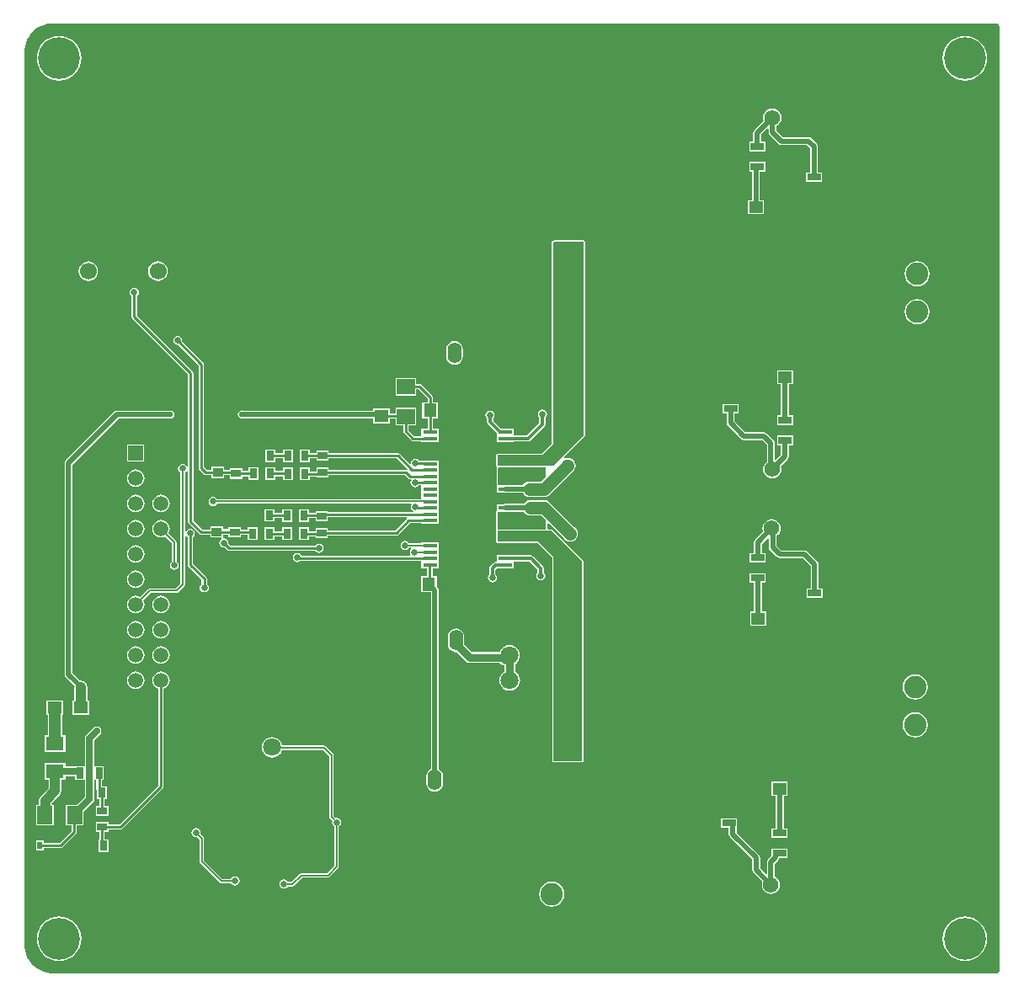
<source format=gbl>
G04*
G04 #@! TF.GenerationSoftware,Altium Limited,Altium Designer,20.0.13 (296)*
G04*
G04 Layer_Physical_Order=2*
G04 Layer_Color=16711680*
%FSLAX25Y25*%
%MOIN*%
G70*
G01*
G75*
%ADD13C,0.01000*%
%ADD18C,0.00700*%
%ADD19C,0.01378*%
%ADD41C,0.07087*%
%ADD47R,0.02756X0.04528*%
%ADD48R,0.03000X0.03937*%
%ADD53R,0.03937X0.03000*%
%ADD59R,0.05512X0.05118*%
%ADD60R,0.03937X0.03543*%
%ADD61C,0.02000*%
%ADD62C,0.05000*%
%ADD63C,0.03937*%
%ADD64C,0.04500*%
%ADD65C,0.03150*%
%ADD66C,0.02756*%
%ADD67C,0.00701*%
%ADD68O,0.05512X0.08268*%
%ADD69C,0.08858*%
%ADD70R,0.05906X0.05906*%
%ADD71C,0.05906*%
%ADD72C,0.16535*%
%ADD73C,0.06201*%
%ADD74C,0.06693*%
%ADD75C,0.02559*%
%ADD76C,0.02205*%
%ADD77C,0.05000*%
%ADD78C,0.05118*%
%ADD79R,0.01968X0.02756*%
%ADD80R,0.05118X0.05512*%
%ADD81R,0.07200X0.05906*%
%ADD82R,0.05512X0.04724*%
%ADD83R,0.07087X0.05512*%
%ADD84R,0.05906X0.07200*%
%ADD85R,0.05315X0.04528*%
%ADD86R,0.05315X0.02756*%
%ADD87R,0.05807X0.01713*%
%ADD88R,0.17441X0.28740*%
G36*
X387099Y377968D02*
X387335Y377870D01*
X387548Y377728D01*
X387728Y377548D01*
X387870Y377335D01*
X387968Y377099D01*
X388018Y376849D01*
Y376721D01*
Y3329D01*
Y3201D01*
X387968Y2951D01*
X387870Y2715D01*
X387728Y2502D01*
X387548Y2322D01*
X387335Y2180D01*
X387099Y2082D01*
X386849Y2032D01*
X13329D01*
X12589Y2032D01*
X11120Y2225D01*
X9690Y2609D01*
X8322Y3175D01*
X7039Y3916D01*
X5864Y4817D01*
X4817Y5864D01*
X3916Y7039D01*
X3175Y8322D01*
X2609Y9690D01*
X2225Y11120D01*
X2032Y12589D01*
Y13329D01*
Y366721D01*
Y367461D01*
X2225Y368930D01*
X2609Y370360D01*
X3175Y371728D01*
X3916Y373011D01*
X4817Y374186D01*
X5864Y375233D01*
X7039Y376134D01*
X8322Y376875D01*
X9690Y377441D01*
X11120Y377825D01*
X12589Y378018D01*
X386849D01*
X387099Y377968D01*
D02*
G37*
%LPC*%
G36*
X374303Y373074D02*
X372582Y372904D01*
X370927Y372402D01*
X369402Y371587D01*
X368065Y370490D01*
X366968Y369153D01*
X366153Y367628D01*
X365651Y365973D01*
X365481Y364252D01*
X365651Y362531D01*
X366153Y360876D01*
X366968Y359351D01*
X368065Y358014D01*
X369402Y356917D01*
X370927Y356101D01*
X372582Y355599D01*
X374303Y355430D01*
X376024Y355599D01*
X377679Y356101D01*
X379204Y356917D01*
X380541Y358014D01*
X381638Y359351D01*
X382454Y360876D01*
X382956Y362531D01*
X383125Y364252D01*
X382956Y365973D01*
X382454Y367628D01*
X381638Y369153D01*
X380541Y370490D01*
X379204Y371587D01*
X377679Y372402D01*
X376024Y372904D01*
X374303Y373074D01*
D02*
G37*
G36*
X15748D02*
X14027Y372904D01*
X12372Y372402D01*
X10847Y371587D01*
X9510Y370490D01*
X8413Y369153D01*
X7598Y367628D01*
X7096Y365973D01*
X6926Y364252D01*
X7096Y362531D01*
X7598Y360876D01*
X8413Y359351D01*
X9510Y358014D01*
X10847Y356917D01*
X12372Y356101D01*
X14027Y355599D01*
X15748Y355430D01*
X17469Y355599D01*
X19124Y356101D01*
X20649Y356917D01*
X21986Y358014D01*
X23083Y359351D01*
X23899Y360876D01*
X24400Y362531D01*
X24570Y364252D01*
X24400Y365973D01*
X23899Y367628D01*
X23083Y369153D01*
X21986Y370490D01*
X20649Y371587D01*
X19124Y372402D01*
X17469Y372904D01*
X15748Y373074D01*
D02*
G37*
G36*
X298054Y344333D02*
X297111Y344209D01*
X296232Y343845D01*
X295478Y343266D01*
X294899Y342512D01*
X294535Y341633D01*
X294411Y340690D01*
X294535Y339747D01*
X294651Y339467D01*
X290964Y335780D01*
X290630Y335280D01*
X290513Y334690D01*
X290513Y334690D01*
Y331135D01*
X288885D01*
Y327355D01*
X295223D01*
Y331135D01*
X293596D01*
Y334051D01*
X296097Y336553D01*
X296559Y336361D01*
Y334900D01*
X296559Y334900D01*
X296676Y334310D01*
X297010Y333810D01*
X300510Y330310D01*
X300510Y330310D01*
X301010Y329976D01*
X301600Y329859D01*
X301600Y329859D01*
X311861D01*
X313013Y328707D01*
Y319080D01*
X311385D01*
Y315300D01*
X317723D01*
Y319080D01*
X316096D01*
Y329346D01*
X315978Y329936D01*
X315644Y330436D01*
X315644Y330436D01*
X313590Y332490D01*
X313090Y332824D01*
X312500Y332941D01*
X312500Y332941D01*
X302238D01*
X299641Y335539D01*
Y337438D01*
X299876Y337535D01*
X300630Y338114D01*
X301209Y338868D01*
X301573Y339747D01*
X301697Y340690D01*
X301573Y341633D01*
X301209Y342512D01*
X300630Y343266D01*
X299876Y343845D01*
X298997Y344209D01*
X298054Y344333D01*
D02*
G37*
G36*
X295223Y323135D02*
X288885D01*
Y319355D01*
X290013D01*
Y308021D01*
X288385D01*
Y302469D01*
X294723D01*
Y308021D01*
X293096D01*
Y319355D01*
X295223D01*
Y323135D01*
D02*
G37*
G36*
X54880Y283861D02*
X53873Y283729D01*
X52934Y283340D01*
X52128Y282722D01*
X51510Y281916D01*
X51121Y280977D01*
X50989Y279970D01*
X51121Y278963D01*
X51510Y278024D01*
X52128Y277218D01*
X52934Y276600D01*
X53873Y276211D01*
X54880Y276079D01*
X55887Y276211D01*
X56826Y276600D01*
X57632Y277218D01*
X58250Y278024D01*
X58639Y278963D01*
X58772Y279970D01*
X58639Y280977D01*
X58250Y281916D01*
X57632Y282722D01*
X56826Y283340D01*
X55887Y283729D01*
X54880Y283861D01*
D02*
G37*
G36*
X27321D02*
X26314Y283729D01*
X25375Y283340D01*
X24569Y282722D01*
X23951Y281916D01*
X23562Y280977D01*
X23429Y279970D01*
X23562Y278963D01*
X23951Y278024D01*
X24569Y277218D01*
X25375Y276600D01*
X26314Y276211D01*
X27321Y276079D01*
X28328Y276211D01*
X29267Y276600D01*
X30073Y277218D01*
X30691Y278024D01*
X31080Y278963D01*
X31212Y279970D01*
X31080Y280977D01*
X30691Y281916D01*
X30073Y282722D01*
X29267Y283340D01*
X28328Y283729D01*
X27321Y283861D01*
D02*
G37*
G36*
X355394Y283834D02*
X354104Y283664D01*
X352902Y283166D01*
X351870Y282374D01*
X351078Y281342D01*
X350580Y280140D01*
X350411Y278850D01*
X350580Y277560D01*
X351078Y276358D01*
X351870Y275326D01*
X352902Y274534D01*
X354104Y274036D01*
X355394Y273866D01*
X356684Y274036D01*
X357886Y274534D01*
X358918Y275326D01*
X359710Y276358D01*
X360208Y277560D01*
X360378Y278850D01*
X360208Y280140D01*
X359710Y281342D01*
X358918Y282374D01*
X357886Y283166D01*
X356684Y283664D01*
X355394Y283834D01*
D02*
G37*
G36*
Y268834D02*
X354104Y268664D01*
X352902Y268166D01*
X351870Y267374D01*
X351078Y266342D01*
X350580Y265140D01*
X350411Y263850D01*
X350580Y262560D01*
X351078Y261358D01*
X351870Y260326D01*
X352902Y259534D01*
X354104Y259036D01*
X355394Y258866D01*
X356684Y259036D01*
X357886Y259534D01*
X358918Y260326D01*
X359710Y261358D01*
X360208Y262560D01*
X360378Y263850D01*
X360208Y265140D01*
X359710Y266342D01*
X358918Y267374D01*
X357886Y268166D01*
X356684Y268664D01*
X355394Y268834D01*
D02*
G37*
G36*
X172315Y252304D02*
X171462Y252192D01*
X170667Y251862D01*
X169984Y251339D01*
X169461Y250656D01*
X169131Y249861D01*
X169019Y249008D01*
Y246252D01*
X169131Y245399D01*
X169461Y244604D01*
X169984Y243921D01*
X170667Y243398D01*
X171462Y243068D01*
X172315Y242956D01*
X173168Y243068D01*
X173963Y243398D01*
X174646Y243921D01*
X175169Y244604D01*
X175499Y245399D01*
X175611Y246252D01*
Y249008D01*
X175499Y249861D01*
X175169Y250656D01*
X174646Y251339D01*
X173963Y251862D01*
X173168Y252192D01*
X172315Y252304D01*
D02*
G37*
G36*
X59760Y224776D02*
X59235Y224671D01*
X38610D01*
X38610Y224671D01*
X38020Y224554D01*
X37520Y224220D01*
X18370Y205070D01*
X18036Y204570D01*
X17919Y203980D01*
X17919Y203980D01*
Y120380D01*
X17919Y120380D01*
X18036Y119790D01*
X18370Y119290D01*
X21915Y115745D01*
X21840Y115369D01*
Y110018D01*
X21102D01*
Y104270D01*
X27637D01*
Y110018D01*
X26898D01*
Y115369D01*
X26706Y116337D01*
X26158Y117157D01*
X25337Y117706D01*
X24369Y117898D01*
X24163Y117857D01*
X21001Y121019D01*
Y203342D01*
X39248Y221589D01*
X59235D01*
X59760Y221484D01*
X60390Y221609D01*
X60924Y221966D01*
X61281Y222500D01*
X61406Y223130D01*
X61281Y223760D01*
X60924Y224294D01*
X60390Y224651D01*
X59760Y224776D01*
D02*
G37*
G36*
X306223Y240776D02*
X299885D01*
Y235224D01*
X301513D01*
Y222890D01*
X299885D01*
Y219110D01*
X306223D01*
Y222890D01*
X304596D01*
Y235224D01*
X306223D01*
Y240776D01*
D02*
G37*
G36*
X207080Y225246D02*
X206381Y225107D01*
X205788Y224711D01*
X205393Y224119D01*
X205254Y223420D01*
X205393Y222721D01*
X205788Y222129D01*
X205856Y222084D01*
Y219854D01*
X200924Y214922D01*
X195829D01*
Y217620D01*
X190729D01*
X187661Y220689D01*
Y221683D01*
X187966Y222139D01*
X188104Y222838D01*
X187966Y223537D01*
X187570Y224130D01*
X186977Y224525D01*
X186278Y224664D01*
X185579Y224525D01*
X184987Y224130D01*
X184591Y223537D01*
X184452Y222838D01*
X184591Y222139D01*
X184987Y221547D01*
X185212Y221396D01*
Y220182D01*
X185305Y219713D01*
X185571Y219316D01*
X188998Y215889D01*
Y212380D01*
X195829D01*
Y212474D01*
X201431D01*
X201900Y212567D01*
X202297Y212832D01*
X207946Y218481D01*
X208211Y218878D01*
X208304Y219347D01*
Y222084D01*
X208371Y222129D01*
X208767Y222721D01*
X208906Y223420D01*
X208767Y224119D01*
X208371Y224711D01*
X207779Y225107D01*
X207080Y225246D01*
D02*
G37*
G36*
X157122Y237680D02*
X148899D01*
Y230751D01*
X157122D01*
Y233184D01*
X158067D01*
X161748Y229503D01*
Y228118D01*
X159510D01*
Y221582D01*
X161549D01*
Y217620D01*
X159171D01*
Y214782D01*
X156287D01*
X154042Y217027D01*
Y218940D01*
X157122D01*
Y225869D01*
X148899D01*
Y223612D01*
X146678D01*
Y225651D01*
X140142D01*
Y224752D01*
X88847D01*
X88820Y224770D01*
X88190Y224896D01*
X87560Y224770D01*
X87026Y224414D01*
X86669Y223880D01*
X86544Y223250D01*
X86669Y222620D01*
X87026Y222086D01*
X87560Y221729D01*
X88190Y221604D01*
X88518Y221669D01*
X140142D01*
Y219509D01*
X146678D01*
Y221548D01*
X148899D01*
Y218940D01*
X151979D01*
Y216600D01*
X152057Y216205D01*
X152281Y215870D01*
X155131Y213020D01*
X155465Y212797D01*
X155860Y212718D01*
X159171D01*
Y212380D01*
X166002D01*
Y214884D01*
Y217620D01*
X163612D01*
Y221582D01*
X165651D01*
Y228118D01*
X163812D01*
Y229930D01*
X163733Y230325D01*
X163510Y230660D01*
X159224Y234945D01*
X158889Y235169D01*
X158494Y235247D01*
X157122D01*
Y237680D01*
D02*
G37*
G36*
X49545Y211445D02*
X42615D01*
Y204515D01*
X49545D01*
Y211445D01*
D02*
G37*
G36*
X101418Y209381D02*
X97394D01*
Y204421D01*
X101418D01*
Y205869D01*
X104393D01*
Y204361D01*
X108417D01*
Y209321D01*
X104393D01*
Y207933D01*
X101418D01*
Y209381D01*
D02*
G37*
G36*
X45530Y273336D02*
X44831Y273197D01*
X44238Y272801D01*
X43843Y272209D01*
X43704Y271510D01*
X43843Y270811D01*
X44238Y270218D01*
X44498Y270045D01*
Y261980D01*
X44577Y261585D01*
X44800Y261250D01*
X66822Y239229D01*
Y202650D01*
X66594Y202574D01*
X66322Y202567D01*
X65971Y203092D01*
X65379Y203487D01*
X64680Y203626D01*
X63981Y203487D01*
X63389Y203092D01*
X62993Y202499D01*
X62854Y201800D01*
X62993Y201101D01*
X63389Y200508D01*
X63801Y200233D01*
Y156174D01*
X62006Y154379D01*
X51600D01*
X51264Y154312D01*
X50979Y154121D01*
X50979Y154121D01*
X47848Y150990D01*
X47827Y151006D01*
X46984Y151355D01*
X46080Y151474D01*
X45176Y151355D01*
X44333Y151006D01*
X43609Y150451D01*
X43054Y149727D01*
X42705Y148884D01*
X42586Y147980D01*
X42705Y147076D01*
X43054Y146233D01*
X43609Y145509D01*
X44333Y144954D01*
X45176Y144605D01*
X46080Y144485D01*
X46984Y144605D01*
X47827Y144954D01*
X48551Y145509D01*
X49106Y146233D01*
X49455Y147076D01*
X49575Y147980D01*
X49455Y148884D01*
X49106Y149727D01*
X49090Y149748D01*
X51964Y152621D01*
X62370D01*
X62706Y152688D01*
X62991Y152879D01*
X65301Y155189D01*
X65492Y155474D01*
X65559Y155810D01*
Y175156D01*
X66059Y175307D01*
X66359Y174858D01*
X66618Y174685D01*
Y163790D01*
X66697Y163395D01*
X66921Y163060D01*
X72198Y157783D01*
Y156185D01*
X71939Y156011D01*
X71543Y155419D01*
X71404Y154720D01*
X71543Y154021D01*
X71939Y153428D01*
X72531Y153033D01*
X73230Y152894D01*
X73929Y153033D01*
X74521Y153428D01*
X74917Y154021D01*
X75056Y154720D01*
X74917Y155419D01*
X74521Y156011D01*
X74262Y156185D01*
Y158210D01*
X74183Y158605D01*
X73959Y158940D01*
X68682Y164217D01*
Y174685D01*
X68941Y174858D01*
X69337Y175451D01*
X69476Y176150D01*
X69337Y176849D01*
X68941Y177442D01*
X68349Y177837D01*
X67650Y177976D01*
X66951Y177837D01*
X66359Y177442D01*
X66059Y176993D01*
X65559Y177144D01*
Y200233D01*
X65971Y200508D01*
X66322Y201033D01*
X66594Y201026D01*
X66822Y200950D01*
Y180790D01*
X66901Y180395D01*
X67124Y180060D01*
X71234Y175951D01*
X71569Y175727D01*
X71964Y175648D01*
X75724D01*
Y174504D01*
X79996D01*
X80126Y174004D01*
X79651Y173686D01*
X79255Y173094D01*
X79116Y172395D01*
X79255Y171696D01*
X79651Y171103D01*
X80243Y170707D01*
X80942Y170569D01*
X81249Y170630D01*
X82408Y169471D01*
X82742Y169247D01*
X83137Y169168D01*
X117135D01*
X117308Y168909D01*
X117901Y168513D01*
X118600Y168374D01*
X119299Y168513D01*
X119892Y168909D01*
X120287Y169501D01*
X120426Y170200D01*
X120287Y170899D01*
X119892Y171492D01*
X119299Y171887D01*
X118600Y172026D01*
X117901Y171887D01*
X117308Y171492D01*
X117135Y171232D01*
X83564D01*
X82708Y172088D01*
X82769Y172395D01*
X82630Y173094D01*
X82234Y173686D01*
X81641Y174082D01*
X81058Y174198D01*
X80867Y174355D01*
X80685Y174680D01*
Y175756D01*
X82828D01*
Y174503D01*
X87788D01*
Y175484D01*
X90347D01*
Y173555D01*
X94371D01*
Y178515D01*
X90347D01*
Y177547D01*
X87788D01*
Y178527D01*
X82828D01*
Y177819D01*
X80685D01*
Y179071D01*
X75724D01*
Y177712D01*
X72391D01*
X68885Y181217D01*
Y239656D01*
X68807Y240051D01*
X68583Y240386D01*
X46562Y262407D01*
Y270045D01*
X46821Y270218D01*
X47217Y270811D01*
X47356Y271510D01*
X47217Y272209D01*
X46821Y272801D01*
X46229Y273197D01*
X45530Y273336D01*
D02*
G37*
G36*
X115017Y209321D02*
X110994D01*
Y204361D01*
X115017D01*
Y205809D01*
X117576D01*
Y204829D01*
X122537D01*
Y205809D01*
X149512D01*
X153626Y201695D01*
X153379Y201235D01*
X153189Y201273D01*
X122537D01*
Y202253D01*
X117576D01*
Y200733D01*
X115017D01*
Y202181D01*
X110994D01*
Y197221D01*
X115017D01*
Y198669D01*
X117576D01*
Y198229D01*
X122537D01*
Y199209D01*
X152762D01*
X153953Y198019D01*
X154287Y197795D01*
X154682Y197716D01*
X154971D01*
X155238Y197216D01*
X155013Y196879D01*
X154874Y196180D01*
X155013Y195481D01*
X155409Y194888D01*
X156001Y194493D01*
X156700Y194354D01*
X157399Y194493D01*
X157992Y194888D01*
X158189Y195184D01*
X159171D01*
Y192380D01*
Y189689D01*
X78347D01*
X78071Y190102D01*
X77479Y190497D01*
X76780Y190636D01*
X76081Y190497D01*
X75489Y190102D01*
X75093Y189509D01*
X74954Y188810D01*
X75093Y188111D01*
X75489Y187519D01*
X76081Y187123D01*
X76780Y186984D01*
X77479Y187123D01*
X78071Y187519D01*
X78347Y187931D01*
X154954D01*
X155221Y187431D01*
X155133Y187299D01*
X154994Y186600D01*
X155133Y185901D01*
X155528Y185309D01*
X155943Y185032D01*
X155791Y184532D01*
X122211D01*
Y185017D01*
X117251D01*
Y184227D01*
X114691D01*
Y185675D01*
X110668D01*
Y180715D01*
X114691D01*
Y182164D01*
X117251D01*
Y180993D01*
X122211D01*
Y182468D01*
X153271D01*
X153427Y182025D01*
X153429Y181968D01*
X148898Y177437D01*
X122211D01*
Y178417D01*
X117251D01*
Y177123D01*
X114570D01*
Y178572D01*
X110547D01*
Y173611D01*
X114570D01*
Y175060D01*
X117251D01*
Y174393D01*
X122211D01*
Y175373D01*
X149325D01*
X149720Y175452D01*
X150055Y175676D01*
X154599Y180220D01*
X159171D01*
Y179884D01*
X166002D01*
Y182380D01*
Y184884D01*
Y187380D01*
Y189884D01*
Y192380D01*
Y194884D01*
Y197380D01*
Y199884D01*
Y202380D01*
Y205116D01*
X159171D01*
Y204876D01*
X158389D01*
X158151Y205231D01*
X157559Y205627D01*
X156860Y205766D01*
X156161Y205627D01*
X155569Y205231D01*
X155173Y204639D01*
X155034Y203940D01*
X155040Y203906D01*
X154580Y203659D01*
X150669Y207570D01*
X150334Y207794D01*
X149939Y207873D01*
X122537D01*
Y208853D01*
X117576D01*
Y207873D01*
X115017D01*
Y209321D01*
D02*
G37*
G36*
X284723Y227445D02*
X278385D01*
Y223665D01*
X280013D01*
Y219846D01*
X280013Y219846D01*
X280130Y219256D01*
X280464Y218756D01*
X285710Y213510D01*
X285710Y213510D01*
X286210Y213176D01*
X286800Y213059D01*
X294061D01*
X295959Y211161D01*
Y204445D01*
X295478Y204076D01*
X294899Y203322D01*
X294535Y202443D01*
X294411Y201500D01*
X294535Y200557D01*
X294899Y199678D01*
X295478Y198924D01*
X296232Y198345D01*
X297111Y197981D01*
X298054Y197857D01*
X298997Y197981D01*
X299876Y198345D01*
X300630Y198924D01*
X301209Y199678D01*
X301573Y200557D01*
X301697Y201500D01*
X301573Y202443D01*
X301457Y202723D01*
X304144Y205410D01*
X304144Y205410D01*
X304478Y205910D01*
X304596Y206500D01*
X304596Y206500D01*
Y211110D01*
X306223D01*
Y214890D01*
X299885D01*
Y211110D01*
X301513D01*
Y207138D01*
X299541Y205167D01*
X299041Y205374D01*
Y211800D01*
X299041Y211800D01*
X298924Y212390D01*
X298590Y212890D01*
X298590Y212890D01*
X295790Y215690D01*
X295290Y216024D01*
X294700Y216141D01*
X294700Y216141D01*
X287439D01*
X283096Y220484D01*
Y223665D01*
X284723D01*
Y227445D01*
D02*
G37*
G36*
X62715Y254331D02*
X62016Y254192D01*
X61423Y253796D01*
X61027Y253204D01*
X60888Y252505D01*
X61027Y251806D01*
X61423Y251213D01*
X62016Y250817D01*
X62715Y250678D01*
X62972Y250730D01*
X71128Y242573D01*
Y201860D01*
X71207Y201465D01*
X71430Y201131D01*
X73120Y199441D01*
X73455Y199217D01*
X73850Y199138D01*
X76171D01*
Y198048D01*
X81131D01*
Y199300D01*
X83274D01*
Y197788D01*
X88235D01*
Y198768D01*
X90794D01*
Y197317D01*
X94818D01*
Y202278D01*
X90794D01*
Y200831D01*
X88235D01*
Y201811D01*
X83274D01*
Y201364D01*
X81131D01*
Y202615D01*
X76171D01*
Y201202D01*
X74277D01*
X73192Y202287D01*
Y243000D01*
X73113Y243395D01*
X72890Y243729D01*
X64470Y252149D01*
X64541Y252505D01*
X64402Y253204D01*
X64006Y253796D01*
X63414Y254192D01*
X62715Y254331D01*
D02*
G37*
G36*
X101418Y202278D02*
X97394D01*
Y197317D01*
X101418D01*
Y198766D01*
X104393D01*
Y197221D01*
X108417D01*
Y202181D01*
X104393D01*
Y200829D01*
X101418D01*
Y202278D01*
D02*
G37*
G36*
X46080Y201474D02*
X45176Y201355D01*
X44333Y201006D01*
X43609Y200451D01*
X43054Y199727D01*
X42705Y198884D01*
X42586Y197980D01*
X42705Y197076D01*
X43054Y196233D01*
X43609Y195509D01*
X44333Y194954D01*
X45176Y194605D01*
X46080Y194485D01*
X46984Y194605D01*
X47827Y194954D01*
X48551Y195509D01*
X49106Y196233D01*
X49455Y197076D01*
X49575Y197980D01*
X49455Y198884D01*
X49106Y199727D01*
X48551Y200451D01*
X47827Y201006D01*
X46984Y201355D01*
X46080Y201474D01*
D02*
G37*
G36*
X223470Y292134D02*
X211680D01*
X211288Y291972D01*
X210878Y291562D01*
X210716Y291170D01*
Y211719D01*
X206680Y207684D01*
X189280D01*
X189126Y207620D01*
X188998D01*
Y207567D01*
X188888Y207522D01*
X188726Y207130D01*
Y202870D01*
X188888Y202478D01*
X188964Y201971D01*
X188956Y201951D01*
X188956Y201951D01*
X188956Y201951D01*
Y195548D01*
X188956Y195548D01*
X188956Y195548D01*
X188998Y195446D01*
Y192380D01*
X191740D01*
X191823Y192324D01*
X192413Y192207D01*
X199259D01*
X199269Y192181D01*
X199752Y191552D01*
X200381Y191069D01*
X201114Y190766D01*
X201900Y190662D01*
X207754D01*
X208540Y190766D01*
X209273Y191069D01*
X209902Y191552D01*
X218609Y200259D01*
X218679Y200288D01*
X219320Y200780D01*
X219812Y201421D01*
X220122Y202168D01*
X220227Y202970D01*
X220122Y203772D01*
X219812Y204519D01*
X219320Y205160D01*
X218679Y205652D01*
X217932Y205962D01*
X217130Y206067D01*
X216328Y205962D01*
X215857Y205767D01*
X215574Y206191D01*
X223862Y214478D01*
X224024Y214870D01*
Y291580D01*
X223862Y291972D01*
X223470Y292134D01*
D02*
G37*
G36*
X56080Y191474D02*
X55176Y191355D01*
X54333Y191006D01*
X53609Y190451D01*
X53054Y189727D01*
X52705Y188884D01*
X52586Y187980D01*
X52705Y187076D01*
X53054Y186233D01*
X53609Y185509D01*
X54333Y184954D01*
X55176Y184605D01*
X56080Y184485D01*
X56984Y184605D01*
X57827Y184954D01*
X58551Y185509D01*
X59106Y186233D01*
X59455Y187076D01*
X59575Y187980D01*
X59455Y188884D01*
X59106Y189727D01*
X58551Y190451D01*
X57827Y191006D01*
X56984Y191355D01*
X56080Y191474D01*
D02*
G37*
G36*
X46080D02*
X45176Y191355D01*
X44333Y191006D01*
X43609Y190451D01*
X43054Y189727D01*
X42705Y188884D01*
X42586Y187980D01*
X42705Y187076D01*
X43054Y186233D01*
X43609Y185509D01*
X44333Y184954D01*
X45176Y184605D01*
X46080Y184485D01*
X46984Y184605D01*
X47827Y184954D01*
X48551Y185509D01*
X49106Y186233D01*
X49455Y187076D01*
X49575Y187980D01*
X49455Y188884D01*
X49106Y189727D01*
X48551Y190451D01*
X47827Y191006D01*
X46984Y191355D01*
X46080Y191474D01*
D02*
G37*
G36*
X101092Y185785D02*
X97068D01*
Y180825D01*
X101092D01*
Y182164D01*
X104068D01*
Y180715D01*
X108091D01*
Y185675D01*
X104068D01*
Y184227D01*
X101092D01*
Y185785D01*
D02*
G37*
G36*
X107970Y178572D02*
X103947D01*
Y177067D01*
X100971D01*
Y178515D01*
X96947D01*
Y173555D01*
X100971D01*
Y175004D01*
X103947D01*
Y173611D01*
X107970D01*
Y178572D01*
D02*
G37*
G36*
X46080Y181474D02*
X45176Y181355D01*
X44333Y181006D01*
X43609Y180451D01*
X43054Y179727D01*
X42705Y178884D01*
X42586Y177980D01*
X42705Y177076D01*
X43054Y176233D01*
X43609Y175509D01*
X44333Y174954D01*
X45176Y174605D01*
X46080Y174486D01*
X46984Y174605D01*
X47827Y174954D01*
X48551Y175509D01*
X49106Y176233D01*
X49455Y177076D01*
X49575Y177980D01*
X49455Y178884D01*
X49106Y179727D01*
X48551Y180451D01*
X47827Y181006D01*
X46984Y181355D01*
X46080Y181474D01*
D02*
G37*
G36*
X207818Y189274D02*
X202269D01*
X201483Y189171D01*
X200750Y188867D01*
X200121Y188384D01*
X199695Y187830D01*
X192450D01*
X191860Y187712D01*
X191722Y187620D01*
X188998D01*
Y185127D01*
X188919Y185094D01*
X188919Y185094D01*
X188919Y185094D01*
X188838Y184898D01*
X188757Y184703D01*
Y177757D01*
X188890Y177436D01*
X188857Y177355D01*
X188776Y177160D01*
Y172830D01*
X188938Y172438D01*
X188998Y172414D01*
Y172380D01*
X189079D01*
X189330Y172276D01*
X205260D01*
X210895Y166641D01*
X210895Y86221D01*
X211058Y85829D01*
X211228Y85658D01*
X211620Y85496D01*
X222740D01*
X223132Y85658D01*
X223294Y86050D01*
Y165160D01*
X223132Y165552D01*
X211096Y177587D01*
X211096Y177587D01*
X211096Y177588D01*
X210900Y177669D01*
X210704Y177750D01*
X210704Y177749D01*
X210704Y177750D01*
X209538Y177747D01*
X209042Y178247D01*
X209042Y180063D01*
X209504Y180254D01*
X215614Y174144D01*
X215840Y173850D01*
X216481Y173358D01*
X217228Y173048D01*
X218030Y172943D01*
X218832Y173048D01*
X219579Y173358D01*
X220220Y173850D01*
X220712Y174491D01*
X221022Y175238D01*
X221127Y176040D01*
X221022Y176842D01*
X220712Y177589D01*
X220220Y178230D01*
X219790Y178560D01*
X209966Y188384D01*
X209337Y188867D01*
X208604Y189171D01*
X207818Y189274D01*
D02*
G37*
G36*
X152760Y173256D02*
X152061Y173117D01*
X151469Y172722D01*
X151073Y172129D01*
X150934Y171430D01*
X151073Y170731D01*
X151469Y170139D01*
X152061Y169743D01*
X152760Y169604D01*
X153459Y169743D01*
X154051Y170139D01*
X154327Y170551D01*
X155011D01*
X155163Y170051D01*
X155088Y170001D01*
X154693Y169409D01*
X154554Y168710D01*
X154693Y168011D01*
X154839Y167793D01*
X154571Y167293D01*
X111678D01*
X111331Y167812D01*
X110739Y168207D01*
X110040Y168346D01*
X109341Y168207D01*
X108748Y167812D01*
X108353Y167219D01*
X108214Y166520D01*
X108353Y165821D01*
X108748Y165228D01*
X109341Y164833D01*
X110040Y164694D01*
X110739Y164833D01*
X111331Y165228D01*
X111332Y165229D01*
X159171D01*
Y162380D01*
X161488D01*
Y159338D01*
X159089D01*
Y152802D01*
X162939D01*
Y82946D01*
X162832Y82902D01*
X162149Y82379D01*
X161626Y81696D01*
X161296Y80901D01*
X161184Y80048D01*
Y77292D01*
X161296Y76439D01*
X161626Y75644D01*
X162149Y74962D01*
X162832Y74438D01*
X163627Y74108D01*
X164480Y73996D01*
X165333Y74108D01*
X166128Y74438D01*
X166811Y74962D01*
X167334Y75644D01*
X167664Y76439D01*
X167776Y77292D01*
Y80048D01*
X167664Y80901D01*
X167334Y81696D01*
X166811Y82379D01*
X166128Y82902D01*
X166021Y82946D01*
Y153553D01*
X166021Y153553D01*
X165904Y154143D01*
X165570Y154643D01*
X165231Y154982D01*
Y159338D01*
X163552D01*
Y162380D01*
X166002D01*
Y164884D01*
Y167380D01*
Y169884D01*
Y172620D01*
X159171D01*
Y172309D01*
X154327D01*
X154051Y172722D01*
X153459Y173117D01*
X152760Y173256D01*
D02*
G37*
G36*
X46080Y171475D02*
X45176Y171355D01*
X44333Y171006D01*
X43609Y170451D01*
X43054Y169727D01*
X42705Y168884D01*
X42586Y167980D01*
X42705Y167076D01*
X43054Y166233D01*
X43609Y165509D01*
X44333Y164954D01*
X45176Y164605D01*
X46080Y164486D01*
X46984Y164605D01*
X47827Y164954D01*
X48551Y165509D01*
X49106Y166233D01*
X49455Y167076D01*
X49575Y167980D01*
X49455Y168884D01*
X49106Y169727D01*
X48551Y170451D01*
X47827Y171006D01*
X46984Y171355D01*
X46080Y171475D01*
D02*
G37*
G36*
X56080Y181474D02*
X55176Y181355D01*
X54333Y181006D01*
X53609Y180451D01*
X53054Y179727D01*
X52705Y178884D01*
X52586Y177980D01*
X52705Y177076D01*
X53054Y176233D01*
X53609Y175509D01*
X54333Y174954D01*
X55176Y174605D01*
X56080Y174486D01*
X56984Y174605D01*
X57827Y174954D01*
X57848Y174969D01*
X60501Y172316D01*
Y165057D01*
X60088Y164781D01*
X59693Y164189D01*
X59554Y163490D01*
X59693Y162791D01*
X60088Y162198D01*
X60681Y161803D01*
X61380Y161664D01*
X62079Y161803D01*
X62672Y162198D01*
X63067Y162791D01*
X63206Y163490D01*
X63067Y164189D01*
X62672Y164781D01*
X62259Y165057D01*
Y172680D01*
X62192Y173016D01*
X62001Y173301D01*
X59091Y176212D01*
X59106Y176233D01*
X59455Y177076D01*
X59575Y177980D01*
X59455Y178884D01*
X59106Y179727D01*
X58551Y180451D01*
X57827Y181006D01*
X56984Y181355D01*
X56080Y181474D01*
D02*
G37*
G36*
X195829Y167620D02*
X188998D01*
Y164805D01*
X188541D01*
X188072Y164712D01*
X187675Y164446D01*
X186385Y163156D01*
X186120Y162759D01*
X186026Y162291D01*
Y159955D01*
X185959Y159910D01*
X185563Y159317D01*
X185424Y158618D01*
X185563Y157919D01*
X185959Y157327D01*
X186552Y156931D01*
X187251Y156792D01*
X187950Y156931D01*
X188542Y157327D01*
X188938Y157919D01*
X189077Y158618D01*
X188938Y159317D01*
X188542Y159910D01*
X188475Y159955D01*
Y161784D01*
X189048Y162356D01*
X192246D01*
X192364Y162380D01*
X195829D01*
Y165028D01*
X202071D01*
X205166Y161933D01*
Y160552D01*
X204803Y160009D01*
X204664Y159310D01*
X204803Y158611D01*
X205199Y158019D01*
X205791Y157623D01*
X206490Y157484D01*
X207189Y157623D01*
X207782Y158019D01*
X208177Y158611D01*
X208316Y159310D01*
X208177Y160009D01*
X207782Y160601D01*
X207614Y160713D01*
Y162440D01*
X207521Y162908D01*
X207256Y163306D01*
X203444Y167118D01*
X203047Y167383D01*
X202578Y167476D01*
X195829D01*
Y167620D01*
D02*
G37*
G36*
X46080Y161475D02*
X45176Y161355D01*
X44333Y161006D01*
X43609Y160451D01*
X43054Y159727D01*
X42705Y158884D01*
X42586Y157980D01*
X42705Y157076D01*
X43054Y156233D01*
X43609Y155509D01*
X44333Y154954D01*
X45176Y154605D01*
X46080Y154485D01*
X46984Y154605D01*
X47827Y154954D01*
X48551Y155509D01*
X49106Y156233D01*
X49455Y157076D01*
X49575Y157980D01*
X49455Y158884D01*
X49106Y159727D01*
X48551Y160451D01*
X47827Y161006D01*
X46984Y161355D01*
X46080Y161475D01*
D02*
G37*
G36*
X297842Y181821D02*
X296899Y181697D01*
X296020Y181333D01*
X295265Y180754D01*
X294686Y179999D01*
X294322Y179121D01*
X294198Y178178D01*
X294322Y177235D01*
X294438Y176954D01*
X291252Y173768D01*
X290917Y173267D01*
X290800Y172678D01*
X290800Y172678D01*
Y168390D01*
X289172D01*
Y164610D01*
X295511D01*
Y168390D01*
X293883D01*
Y172039D01*
X296259Y174415D01*
X296759Y174208D01*
Y170500D01*
X296759Y170500D01*
X296876Y169910D01*
X297210Y169410D01*
X299810Y166810D01*
X299810Y166810D01*
X300310Y166476D01*
X300900Y166359D01*
X300900Y166359D01*
X310161D01*
X313300Y163220D01*
Y154390D01*
X311672D01*
Y150610D01*
X318011D01*
Y154390D01*
X316383D01*
Y163858D01*
X316266Y164448D01*
X315932Y164948D01*
X315931Y164948D01*
X311890Y168990D01*
X311390Y169324D01*
X310800Y169441D01*
X310800Y169441D01*
X301538D01*
X299841Y171139D01*
Y175159D01*
X300418Y175601D01*
X300997Y176356D01*
X301361Y177235D01*
X301485Y178178D01*
X301361Y179121D01*
X300997Y179999D01*
X300418Y180754D01*
X299663Y181333D01*
X298784Y181697D01*
X297842Y181821D01*
D02*
G37*
G36*
X56080Y151474D02*
X55176Y151355D01*
X54333Y151006D01*
X53609Y150451D01*
X53054Y149727D01*
X52705Y148884D01*
X52586Y147980D01*
X52705Y147076D01*
X53054Y146233D01*
X53609Y145509D01*
X54333Y144954D01*
X55176Y144605D01*
X56080Y144485D01*
X56984Y144605D01*
X57827Y144954D01*
X58551Y145509D01*
X59106Y146233D01*
X59455Y147076D01*
X59575Y147980D01*
X59455Y148884D01*
X59106Y149727D01*
X58551Y150451D01*
X57827Y151006D01*
X56984Y151355D01*
X56080Y151474D01*
D02*
G37*
G36*
X295511Y160390D02*
X289172D01*
Y156610D01*
X290879D01*
Y145165D01*
X289331D01*
Y139614D01*
X295669D01*
Y145165D01*
X293962D01*
Y156610D01*
X295511D01*
Y160390D01*
D02*
G37*
G36*
X56080Y141474D02*
X55176Y141355D01*
X54333Y141006D01*
X53609Y140451D01*
X53054Y139727D01*
X52705Y138884D01*
X52586Y137980D01*
X52705Y137076D01*
X53054Y136233D01*
X53609Y135509D01*
X54333Y134954D01*
X55176Y134605D01*
X56080Y134485D01*
X56984Y134605D01*
X57827Y134954D01*
X58551Y135509D01*
X59106Y136233D01*
X59455Y137076D01*
X59575Y137980D01*
X59455Y138884D01*
X59106Y139727D01*
X58551Y140451D01*
X57827Y141006D01*
X56984Y141355D01*
X56080Y141474D01*
D02*
G37*
G36*
X46080D02*
X45176Y141355D01*
X44333Y141006D01*
X43609Y140451D01*
X43054Y139727D01*
X42705Y138884D01*
X42586Y137980D01*
X42705Y137076D01*
X43054Y136233D01*
X43609Y135509D01*
X44333Y134954D01*
X45176Y134605D01*
X46080Y134485D01*
X46984Y134605D01*
X47827Y134954D01*
X48551Y135509D01*
X49106Y136233D01*
X49455Y137076D01*
X49575Y137980D01*
X49455Y138884D01*
X49106Y139727D01*
X48551Y140451D01*
X47827Y141006D01*
X46984Y141355D01*
X46080Y141474D01*
D02*
G37*
G36*
X56080Y131474D02*
X55176Y131355D01*
X54333Y131006D01*
X53609Y130451D01*
X53054Y129727D01*
X52705Y128884D01*
X52586Y127980D01*
X52705Y127076D01*
X53054Y126233D01*
X53609Y125509D01*
X54333Y124954D01*
X55176Y124605D01*
X56080Y124486D01*
X56984Y124605D01*
X57827Y124954D01*
X58551Y125509D01*
X59106Y126233D01*
X59455Y127076D01*
X59575Y127980D01*
X59455Y128884D01*
X59106Y129727D01*
X58551Y130451D01*
X57827Y131006D01*
X56984Y131355D01*
X56080Y131474D01*
D02*
G37*
G36*
X46080D02*
X45176Y131355D01*
X44333Y131006D01*
X43609Y130451D01*
X43054Y129727D01*
X42705Y128884D01*
X42586Y127980D01*
X42705Y127076D01*
X43054Y126233D01*
X43609Y125509D01*
X44333Y124954D01*
X45176Y124605D01*
X46080Y124486D01*
X46984Y124605D01*
X47827Y124954D01*
X48551Y125509D01*
X49106Y126233D01*
X49455Y127076D01*
X49575Y127980D01*
X49455Y128884D01*
X49106Y129727D01*
X48551Y130451D01*
X47827Y131006D01*
X46984Y131355D01*
X46080Y131474D01*
D02*
G37*
G36*
Y121475D02*
X45176Y121355D01*
X44333Y121006D01*
X43609Y120451D01*
X43054Y119727D01*
X42705Y118884D01*
X42586Y117980D01*
X42705Y117076D01*
X43054Y116233D01*
X43609Y115509D01*
X44333Y114954D01*
X45176Y114605D01*
X46080Y114486D01*
X46984Y114605D01*
X47827Y114954D01*
X48551Y115509D01*
X49106Y116233D01*
X49455Y117076D01*
X49575Y117980D01*
X49455Y118884D01*
X49106Y119727D01*
X48551Y120451D01*
X47827Y121006D01*
X46984Y121355D01*
X46080Y121475D01*
D02*
G37*
G36*
X172882Y138474D02*
X172029Y138362D01*
X171235Y138032D01*
X170552Y137508D01*
X170028Y136826D01*
X169699Y136031D01*
X169587Y135178D01*
Y132422D01*
X169699Y131569D01*
X170028Y130774D01*
X170552Y130092D01*
X171235Y129568D01*
X172029Y129238D01*
X172882Y129126D01*
X173136Y129159D01*
X176730Y125566D01*
X177420Y125104D01*
X178235Y124943D01*
X190209D01*
X190796Y124356D01*
X191486Y123895D01*
X191978Y123797D01*
Y121445D01*
X191258Y120893D01*
X190608Y120046D01*
X190199Y119059D01*
X190060Y118001D01*
X190199Y116942D01*
X190608Y115956D01*
X191258Y115109D01*
X192105Y114459D01*
X193091Y114050D01*
X194150Y113911D01*
X195209Y114050D01*
X196195Y114459D01*
X197042Y115109D01*
X197692Y115956D01*
X198101Y116942D01*
X198240Y118001D01*
X198101Y119059D01*
X197692Y120046D01*
X197042Y120893D01*
X196232Y121514D01*
Y124416D01*
X196952Y124968D01*
X197602Y125815D01*
X198011Y126801D01*
X198150Y127860D01*
X198011Y128919D01*
X197602Y129905D01*
X196952Y130752D01*
X196105Y131402D01*
X195119Y131811D01*
X194060Y131950D01*
X193001Y131811D01*
X192015Y131402D01*
X191168Y130752D01*
X190518Y129905D01*
X190225Y129198D01*
X179116D01*
X176145Y132168D01*
X176178Y132422D01*
Y135178D01*
X176066Y136031D01*
X175737Y136826D01*
X175213Y137508D01*
X174530Y138032D01*
X173735Y138362D01*
X172882Y138474D01*
D02*
G37*
G36*
X354634Y120374D02*
X353344Y120204D01*
X352142Y119706D01*
X351110Y118914D01*
X350318Y117882D01*
X349820Y116680D01*
X349651Y115390D01*
X349820Y114100D01*
X350318Y112898D01*
X351110Y111866D01*
X352142Y111074D01*
X353344Y110576D01*
X354634Y110406D01*
X355924Y110576D01*
X357126Y111074D01*
X358158Y111866D01*
X358950Y112898D01*
X359448Y114100D01*
X359618Y115390D01*
X359448Y116680D01*
X358950Y117882D01*
X358158Y118914D01*
X357126Y119706D01*
X355924Y120204D01*
X354634Y120374D01*
D02*
G37*
G36*
Y105374D02*
X353344Y105204D01*
X352142Y104706D01*
X351110Y103914D01*
X350318Y102882D01*
X349820Y101680D01*
X349651Y100390D01*
X349820Y99100D01*
X350318Y97898D01*
X351110Y96866D01*
X352142Y96074D01*
X353344Y95576D01*
X354634Y95406D01*
X355924Y95576D01*
X357126Y96074D01*
X358158Y96866D01*
X358950Y97898D01*
X359448Y99100D01*
X359618Y100390D01*
X359448Y101680D01*
X358950Y102882D01*
X358158Y103914D01*
X357126Y104706D01*
X355924Y105204D01*
X354634Y105374D01*
D02*
G37*
G36*
X17401Y110018D02*
X10865D01*
Y104270D01*
X11366D01*
Y96212D01*
X10114D01*
Y89676D01*
X18224D01*
Y96212D01*
X16937D01*
Y104270D01*
X17401D01*
Y110018D01*
D02*
G37*
G36*
X30590Y99727D02*
X29853Y99580D01*
X29228Y99162D01*
X26467Y96402D01*
X26049Y95776D01*
X25902Y95039D01*
Y90202D01*
Y84120D01*
X22199D01*
Y83871D01*
X18224D01*
Y85212D01*
X10114D01*
Y78676D01*
X11640D01*
Y75187D01*
X8452Y71998D01*
X7904Y71178D01*
X7711Y70210D01*
Y68712D01*
X6724D01*
Y60488D01*
X13654D01*
Y68712D01*
X12888D01*
X12818Y69212D01*
X15958Y72351D01*
X16506Y73172D01*
X16698Y74139D01*
Y78676D01*
X18224D01*
Y80017D01*
X22199D01*
Y78569D01*
X25902D01*
Y71874D01*
X22740Y68712D01*
X18535D01*
Y60488D01*
X20618D01*
Y58287D01*
X15939Y53608D01*
X9696D01*
Y54466D01*
X6704D01*
Y50687D01*
X9696D01*
Y51545D01*
X16366D01*
X16761Y51623D01*
X17096Y51847D01*
X22379Y57130D01*
X22603Y57465D01*
X22682Y57860D01*
Y60488D01*
X25465D01*
Y65987D01*
X29191Y69714D01*
X29609Y70339D01*
X29756Y71076D01*
Y78569D01*
X30538D01*
Y75064D01*
X30616Y74669D01*
X30658Y74607D01*
Y71015D01*
X31738D01*
Y68456D01*
X30289D01*
Y64432D01*
X35250D01*
Y68456D01*
X33801D01*
Y71015D01*
X34681D01*
Y75976D01*
X32601D01*
Y78569D01*
X33459D01*
Y84120D01*
X29756D01*
Y90202D01*
Y94241D01*
X31952Y96438D01*
X32370Y97063D01*
X32517Y97800D01*
X32370Y98537D01*
X31952Y99162D01*
X31327Y99580D01*
X30590Y99727D01*
D02*
G37*
G36*
X56080Y121475D02*
X55176Y121355D01*
X54333Y121006D01*
X53609Y120451D01*
X53054Y119727D01*
X52705Y118884D01*
X52586Y117980D01*
X52705Y117076D01*
X53054Y116233D01*
X53609Y115509D01*
X54333Y114954D01*
X55048Y114657D01*
Y76451D01*
X39588Y60991D01*
X35250D01*
Y61856D01*
X30289D01*
Y57832D01*
X31738D01*
Y55024D01*
X31457D01*
Y50064D01*
X35481D01*
Y55024D01*
X33801D01*
Y57832D01*
X35250D01*
Y58927D01*
X40016D01*
X40410Y59006D01*
X40745Y59229D01*
X56810Y75294D01*
X57033Y75629D01*
X57112Y76023D01*
Y114657D01*
X57827Y114954D01*
X58551Y115509D01*
X59106Y116233D01*
X59455Y117076D01*
X59575Y117980D01*
X59455Y118884D01*
X59106Y119727D01*
X58551Y120451D01*
X57827Y121006D01*
X56984Y121355D01*
X56080Y121475D01*
D02*
G37*
G36*
X304205Y77831D02*
X297866D01*
Y72280D01*
X299494D01*
Y59390D01*
X297866D01*
Y55610D01*
X304205D01*
Y59390D01*
X302577D01*
Y72280D01*
X304205D01*
Y77831D01*
D02*
G37*
G36*
X100100Y95590D02*
X99041Y95451D01*
X98055Y95042D01*
X97208Y94392D01*
X96558Y93545D01*
X96149Y92559D01*
X96010Y91500D01*
X96149Y90441D01*
X96558Y89455D01*
X97208Y88608D01*
X98055Y87958D01*
X99041Y87549D01*
X100100Y87410D01*
X101159Y87549D01*
X102145Y87958D01*
X102992Y88608D01*
X103642Y89455D01*
X104042Y90421D01*
X120266D01*
X122700Y87986D01*
Y63801D01*
X122767Y63464D01*
X122958Y63179D01*
X123890Y62247D01*
X123794Y61760D01*
X123933Y61061D01*
X124328Y60469D01*
X124741Y60193D01*
Y44534D01*
X121866Y41659D01*
X111610D01*
X111274Y41592D01*
X110988Y41402D01*
X107786Y38199D01*
X106327D01*
X106052Y38612D01*
X105459Y39007D01*
X104760Y39146D01*
X104061Y39007D01*
X103469Y38612D01*
X103073Y38019D01*
X102934Y37320D01*
X103073Y36621D01*
X103469Y36029D01*
X104061Y35633D01*
X104760Y35494D01*
X105459Y35633D01*
X106052Y36029D01*
X106327Y36441D01*
X108150D01*
X108486Y36508D01*
X108772Y36698D01*
X111974Y39901D01*
X122230D01*
X122566Y39968D01*
X122852Y40158D01*
X126242Y43548D01*
X126432Y43834D01*
X126499Y44170D01*
Y60193D01*
X126911Y60469D01*
X127307Y61061D01*
X127446Y61760D01*
X127307Y62459D01*
X126911Y63051D01*
X126319Y63447D01*
X125620Y63586D01*
X125134Y63490D01*
X124459Y64165D01*
Y88530D01*
X124392Y88866D01*
X124201Y89152D01*
X123916Y89342D01*
X123810Y89363D01*
X121252Y91922D01*
X120966Y92112D01*
X120630Y92179D01*
X104101D01*
X104051Y92559D01*
X103642Y93545D01*
X102992Y94392D01*
X102145Y95042D01*
X101159Y95451D01*
X100100Y95590D01*
D02*
G37*
G36*
X70000Y59476D02*
X69301Y59337D01*
X68708Y58942D01*
X68313Y58349D01*
X68174Y57650D01*
X68313Y56951D01*
X68708Y56358D01*
X69301Y55963D01*
X70000Y55824D01*
X70487Y55920D01*
X71391Y55016D01*
Y46290D01*
X71458Y45954D01*
X71649Y45669D01*
X79389Y37929D01*
X79674Y37738D01*
X80010Y37671D01*
X83843D01*
X84118Y37258D01*
X84711Y36863D01*
X85410Y36724D01*
X86109Y36863D01*
X86702Y37258D01*
X87097Y37851D01*
X87236Y38550D01*
X87097Y39249D01*
X86702Y39841D01*
X86109Y40237D01*
X85410Y40376D01*
X84711Y40237D01*
X84118Y39841D01*
X83843Y39429D01*
X80374D01*
X73149Y46654D01*
Y55380D01*
X73082Y55716D01*
X72891Y56001D01*
X72891Y56001D01*
X71730Y57163D01*
X71826Y57650D01*
X71687Y58349D01*
X71292Y58942D01*
X70699Y59337D01*
X70000Y59476D01*
D02*
G37*
G36*
X284205Y63390D02*
X277866D01*
Y59610D01*
X280837D01*
Y57122D01*
X280837Y57122D01*
X280954Y56532D01*
X281288Y56032D01*
X290159Y47161D01*
Y42891D01*
X290159Y42891D01*
X290276Y42301D01*
X290610Y41801D01*
X294132Y38278D01*
X294016Y37998D01*
X293892Y37055D01*
X294016Y36112D01*
X294380Y35233D01*
X294959Y34479D01*
X295714Y33900D01*
X296592Y33536D01*
X297535Y33412D01*
X298478Y33536D01*
X299357Y33900D01*
X300112Y34479D01*
X300691Y35233D01*
X301055Y36112D01*
X301179Y37055D01*
X301055Y37998D01*
X300691Y38877D01*
X300112Y39631D01*
X299357Y40210D01*
X299077Y40326D01*
Y45362D01*
X300468Y46753D01*
X300468Y46753D01*
X300802Y47253D01*
X300873Y47610D01*
X304205D01*
Y51390D01*
X297866D01*
Y49271D01*
X297836Y49122D01*
X297836Y49122D01*
Y48481D01*
X296445Y47090D01*
X296111Y46590D01*
X295994Y46000D01*
X295994Y46000D01*
Y41430D01*
X295532Y41238D01*
X293241Y43529D01*
Y47800D01*
X293241Y47800D01*
X293124Y48390D01*
X292790Y48890D01*
X292790Y48890D01*
X283919Y57761D01*
Y59610D01*
X284205D01*
Y63390D01*
D02*
G37*
G36*
X210810Y38377D02*
X209520Y38208D01*
X208318Y37710D01*
X207286Y36918D01*
X206494Y35886D01*
X205996Y34684D01*
X205826Y33394D01*
X205996Y32104D01*
X206494Y30902D01*
X207286Y29870D01*
X208318Y29078D01*
X209520Y28580D01*
X210810Y28410D01*
X212100Y28580D01*
X213302Y29078D01*
X214334Y29870D01*
X215126Y30902D01*
X215624Y32104D01*
X215794Y33394D01*
X215624Y34684D01*
X215126Y35886D01*
X214334Y36918D01*
X213302Y37710D01*
X212100Y38208D01*
X210810Y38377D01*
D02*
G37*
G36*
X374302Y24570D02*
X372581Y24400D01*
X370926Y23899D01*
X369401Y23083D01*
X368064Y21986D01*
X366967Y20649D01*
X366151Y19124D01*
X365650Y17469D01*
X365480Y15748D01*
X365650Y14027D01*
X366151Y12372D01*
X366967Y10847D01*
X368064Y9510D01*
X369401Y8413D01*
X370926Y7598D01*
X372581Y7096D01*
X374302Y6926D01*
X376023Y7096D01*
X377678Y7598D01*
X379203Y8413D01*
X380540Y9510D01*
X381637Y10847D01*
X382452Y12372D01*
X382955Y14027D01*
X383124Y15748D01*
X382955Y17469D01*
X382452Y19124D01*
X381637Y20649D01*
X380540Y21986D01*
X379203Y23083D01*
X377678Y23899D01*
X376023Y24400D01*
X374302Y24570D01*
D02*
G37*
G36*
X15748D02*
X14027Y24400D01*
X12372Y23899D01*
X10847Y23083D01*
X9510Y21986D01*
X8413Y20649D01*
X7598Y19124D01*
X7096Y17469D01*
X6926Y15748D01*
X7096Y14027D01*
X7598Y12372D01*
X8413Y10847D01*
X9510Y9510D01*
X10847Y8413D01*
X12372Y7598D01*
X14027Y7096D01*
X15748Y6926D01*
X17469Y7096D01*
X19124Y7598D01*
X20649Y8413D01*
X21986Y9510D01*
X23083Y10847D01*
X23899Y12372D01*
X24400Y14027D01*
X24570Y15748D01*
X24400Y17469D01*
X23899Y19124D01*
X23083Y20649D01*
X21986Y21986D01*
X20649Y23083D01*
X19124Y23899D01*
X17469Y24400D01*
X15748Y24570D01*
D02*
G37*
%LPD*%
G36*
X223470Y214870D02*
X211470Y202870D01*
X189280D01*
Y207130D01*
X206910D01*
X211270Y211490D01*
Y291170D01*
X211680Y291580D01*
X223470D01*
Y214870D01*
D02*
G37*
G36*
X208300Y202296D02*
X208300Y198542D01*
X206496Y196738D01*
X201900D01*
X201114Y196634D01*
X200381Y196331D01*
X199752Y195848D01*
X199323Y195290D01*
X192413D01*
X191940Y195195D01*
X189864Y195194D01*
X189510Y195548D01*
Y201951D01*
X189864Y202304D01*
X208300Y202296D01*
D02*
G37*
G36*
X200121Y184088D02*
X200750Y183606D01*
X201483Y183302D01*
X202269Y183198D01*
X206559D01*
X208488Y181270D01*
X208488Y177757D01*
X189311D01*
Y184703D01*
X199642Y184712D01*
X200121Y184088D01*
D02*
G37*
G36*
X222740Y165160D02*
Y86050D01*
X211620D01*
X211450Y86221D01*
X211449Y166870D01*
X205490Y172830D01*
X189330D01*
Y177160D01*
X210704Y177196D01*
X222740Y165160D01*
D02*
G37*
D13*
X110299Y166261D02*
X162578D01*
X110040Y166520D02*
X110299Y166261D01*
X45530Y261980D02*
X67854Y239656D01*
X45530Y261980D02*
Y271510D01*
X67650Y163790D02*
X73230Y158210D01*
X67650Y163790D02*
Y176150D01*
X62655Y252505D02*
X72160Y243000D01*
X62640Y252520D02*
X62655Y252505D01*
X62715D01*
X162160Y156070D02*
X162520Y156430D01*
X73230Y154720D02*
Y158210D01*
X80942Y172395D02*
X83137Y170200D01*
X118600D01*
X32769Y53244D02*
Y59844D01*
X32940Y59760D02*
X33139Y59959D01*
X40016D01*
X56080Y76023D01*
Y117980D01*
X71964Y176680D02*
X77680D01*
X67854Y180790D02*
X71964Y176680D01*
X67854Y180790D02*
Y239656D01*
X73850Y200170D02*
X78490D01*
X72160Y201860D02*
X73850Y200170D01*
X72160Y201860D02*
Y243000D01*
X164540Y79170D02*
Y81209D01*
X155860Y213750D02*
X162710D01*
X152720Y222580D02*
X153010Y222290D01*
X162520Y163680D02*
X162588Y163748D01*
X162520Y156430D02*
Y163680D01*
X162460Y163620D02*
X162520Y163680D01*
X162580Y216550D02*
Y224850D01*
X162450Y216420D02*
X162580Y216550D01*
X162780Y225180D02*
X162810Y225150D01*
X162780Y225180D02*
Y229930D01*
X158494Y234215D02*
X162780Y229930D01*
X153010Y234215D02*
X158494D01*
X153010Y222290D02*
X153050Y222250D01*
X153010Y222290D02*
Y222405D01*
Y216600D02*
Y222290D01*
Y216600D02*
X155860Y213750D01*
X143410Y222580D02*
X152720D01*
X162578Y166261D02*
X162587Y166252D01*
X160504Y186426D02*
X160560Y186370D01*
X156994Y186426D02*
X160504D01*
X156820Y186600D02*
X156994Y186426D01*
X120226Y183500D02*
X162339D01*
X119731Y183005D02*
X120226Y183500D01*
X162339D02*
X162587Y183748D01*
X162551Y196216D02*
X162587Y196252D01*
X156736Y196216D02*
X162551D01*
X156700Y196180D02*
X156736Y196216D01*
X162491Y203844D02*
X162587Y203748D01*
X156956Y203844D02*
X162491D01*
X156860Y203940D02*
X156956Y203844D01*
X155528Y201252D02*
X162587D01*
X120057Y206841D02*
X149939D01*
X155528Y201252D01*
X154682Y198748D02*
X162587D01*
X120057Y200241D02*
X153189D01*
X154682Y198748D01*
X154172Y181252D02*
X162587D01*
X149325Y176405D02*
X154172Y181252D01*
X119731Y176405D02*
X149325D01*
X99190Y183195D02*
X106080D01*
X99080Y183305D02*
X99190Y183195D01*
X112680D02*
X119541D01*
X119731Y183005D01*
X112559Y176092D02*
X119418D01*
X119731Y176405D01*
X98959Y176035D02*
X105902D01*
X105959Y176092D01*
X85308Y176515D02*
X91879D01*
X92359Y176035D01*
X78205Y176788D02*
X85035D01*
X85308Y176515D01*
X113005Y206841D02*
X120057D01*
X99406Y206901D02*
X106345D01*
X106405Y206841D01*
X113005Y199701D02*
X119517D01*
X120057Y200241D01*
X99406Y199798D02*
X106309D01*
X106405Y199701D01*
X85755Y199799D02*
X92804D01*
X92806Y199798D01*
X78651Y200332D02*
X85222D01*
X85755Y199799D01*
X32769Y53244D02*
X33469Y52544D01*
X21650Y64250D02*
X22000Y64600D01*
X21650Y57860D02*
Y64250D01*
X8200Y52576D02*
X16366D01*
X21650Y57860D01*
X9460Y65329D02*
X10189Y64600D01*
X32669Y73496D02*
X32769Y73396D01*
Y66444D02*
Y73396D01*
X31569Y75064D02*
Y81344D01*
Y75064D02*
X32669Y73964D01*
Y73496D02*
Y73964D01*
D18*
X70000Y57650D02*
X72270Y55380D01*
Y46290D02*
Y55380D01*
Y46290D02*
X80010Y38550D01*
X56080Y177980D02*
X61380Y172680D01*
Y163490D02*
Y172680D01*
X161520Y188810D02*
X161720Y189010D01*
X76780Y188810D02*
X161520D01*
X162549Y168710D02*
X162587Y168748D01*
X156380Y168710D02*
X162549D01*
X162409Y171430D02*
X162587Y171252D01*
X152760Y171430D02*
X162409D01*
X46190Y148470D02*
X46570D01*
X51600Y153500D01*
X62370D01*
X64680Y155810D01*
Y201800D01*
X46080Y157980D02*
Y158220D01*
X46190Y158330D01*
X80010Y38550D02*
X85410D01*
D19*
X192246Y163581D02*
X192413Y163748D01*
X188541Y163581D02*
X192246D01*
X187251Y162291D02*
X188541Y163581D01*
X187251Y158618D02*
Y162291D01*
X192413Y166252D02*
X202578D01*
X206390Y162440D01*
Y159410D02*
X206490Y159310D01*
X206390Y159410D02*
Y162440D01*
X190366Y216252D02*
X192413D01*
X186436Y220182D02*
X190366Y216252D01*
X186436Y220182D02*
Y222680D01*
X186278Y222838D02*
X186436Y222680D01*
X192413Y213748D02*
X192464Y213698D01*
X201431D01*
X207080Y219347D02*
Y223420D01*
X201431Y213698D02*
X207080Y219347D01*
D41*
X194060Y127860D02*
D03*
X194150Y118001D02*
D03*
X100100Y91500D02*
D03*
X49300Y17200D02*
D03*
D47*
X31569Y81344D02*
D03*
X24089D02*
D03*
X27829Y90202D02*
D03*
D48*
X106405Y206841D02*
D03*
X113005D02*
D03*
X106405Y199701D02*
D03*
X113005D02*
D03*
X106080Y183195D02*
D03*
X112680D02*
D03*
X112559Y176092D02*
D03*
X105959D02*
D03*
X99406Y206901D02*
D03*
X92806D02*
D03*
X99406Y199798D02*
D03*
X92806D02*
D03*
X99080Y183305D02*
D03*
X92480D02*
D03*
X98959Y176035D02*
D03*
X92359D02*
D03*
X39269Y73496D02*
D03*
X32669D02*
D03*
X40069Y52544D02*
D03*
X33469D02*
D03*
D53*
X120057Y200241D02*
D03*
Y206841D02*
D03*
X119731Y176405D02*
D03*
Y183005D02*
D03*
X85755Y206399D02*
D03*
Y199799D02*
D03*
X85308Y183115D02*
D03*
Y176515D02*
D03*
X32769Y66444D02*
D03*
Y59844D02*
D03*
D59*
X143410Y228879D02*
D03*
Y222580D02*
D03*
D60*
X78651Y205647D02*
D03*
Y200332D02*
D03*
X78205Y182103D02*
D03*
Y176788D02*
D03*
D61*
X142779Y223211D02*
X143410Y222580D01*
X88229Y223211D02*
X142779D01*
X88190Y223250D02*
X88229Y223211D01*
X38610Y223130D02*
X59760D01*
X19460Y203980D02*
X38610Y223130D01*
X24369Y115369D02*
Y115471D01*
X19460Y120380D02*
X24369Y115471D01*
X19460Y120380D02*
Y203980D01*
X164480Y78670D02*
Y153553D01*
X162470Y155563D02*
Y156290D01*
Y155563D02*
X164480Y153553D01*
X32719Y66494D02*
X32769Y66444D01*
X192413Y186252D02*
X192450Y186288D01*
X202217D01*
X202269Y186236D01*
X201852Y193748D02*
X201900Y193700D01*
X192413Y193748D02*
X201852D01*
X301035Y57500D02*
Y75055D01*
X291700Y42891D02*
X297535Y37055D01*
X291700Y42891D02*
Y47800D01*
X281035Y61500D02*
X282000D01*
X282378Y61122D01*
Y57122D02*
Y61122D01*
Y57122D02*
X291700Y47800D01*
X299756Y49500D02*
X301035D01*
X299378Y49122D02*
X299756Y49500D01*
X299378Y47842D02*
Y49122D01*
X297535Y46000D02*
X299378Y47842D01*
X297535Y37055D02*
Y46000D01*
X297842Y178178D02*
X298300Y177719D01*
Y170500D02*
Y177719D01*
X300900Y167900D02*
X310800D01*
X298300Y170500D02*
X300900Y167900D01*
X314842Y152500D02*
Y163858D01*
X310800Y167900D02*
X314842Y163858D01*
X292421Y142469D02*
X292500Y142390D01*
X292421Y142469D02*
Y158421D01*
X292341Y158500D02*
X292421Y158421D01*
X292341Y172678D02*
X297842Y178178D01*
X292341Y166500D02*
Y172678D01*
X303054Y221000D02*
Y238000D01*
X297500Y202054D02*
X298054Y201500D01*
X297500Y202054D02*
Y211800D01*
X286800Y214600D02*
X294700D01*
X297500Y211800D01*
X281554Y219846D02*
X286800Y214600D01*
X281554Y219846D02*
Y225555D01*
X303054Y206500D02*
Y213000D01*
X298054Y201500D02*
X303054Y206500D01*
X298054Y340690D02*
X298100Y340644D01*
Y334900D02*
Y340644D01*
Y334900D02*
X301600Y331400D01*
X312500D01*
X314554Y317190D02*
Y329346D01*
X312500Y331400D02*
X314554Y329346D01*
X291932Y321245D02*
X292054D01*
X291554Y320867D02*
X291932Y321245D01*
X291554Y305245D02*
Y320867D01*
X292054Y334690D02*
X298054Y340690D01*
X292054Y329245D02*
Y334690D01*
D62*
X207818Y186236D02*
X218022Y176032D01*
X202269Y186236D02*
X207818D01*
X207754Y193700D02*
X217054Y203000D01*
X201900Y193700D02*
X207754D01*
D63*
X24369Y107144D02*
Y115369D01*
X151948Y222492D02*
X152890Y221550D01*
X9460Y65329D02*
X10240Y66109D01*
Y70210D01*
X14169Y74139D01*
Y81944D01*
D64*
X14133Y107144D02*
X14151Y107126D01*
Y92962D02*
Y107126D01*
Y92962D02*
X14169Y92944D01*
D65*
X194105Y118215D02*
Y125860D01*
X191090Y127070D02*
X192300Y125860D01*
X178235Y127070D02*
X191090D01*
X172882Y132422D02*
Y133800D01*
Y132422D02*
X178235Y127070D01*
X194050Y118160D02*
X194105Y118215D01*
D66*
X27829Y71076D02*
Y90202D01*
X22000Y65247D02*
X27829Y71076D01*
X22000Y64600D02*
Y65247D01*
X27829Y90202D02*
Y95039D01*
X30590Y97800D01*
X14169Y81944D02*
X24089D01*
Y81344D02*
Y81944D01*
D67*
X123400Y88530D02*
X123580D01*
Y63801D02*
X125620Y61760D01*
X123580Y63801D02*
Y88530D01*
X120630Y91300D02*
X123400Y88530D01*
X100300Y91300D02*
X120630D01*
X100100Y91500D02*
X100300Y91300D01*
X104760Y37320D02*
X108150D01*
X111610Y40780D02*
X122230D01*
X108150Y37320D02*
X111610Y40780D01*
X122230D02*
X125620Y44170D01*
Y61760D01*
D68*
X152630Y247630D02*
D03*
X172315D02*
D03*
X172882Y133800D02*
D03*
X153198D02*
D03*
X164480Y78670D02*
D03*
X144795D02*
D03*
D69*
X210810Y33394D02*
D03*
X195810D02*
D03*
X355394Y278850D02*
D03*
Y263850D02*
D03*
X354634Y115390D02*
D03*
Y100390D02*
D03*
D70*
X46080Y207980D02*
D03*
D71*
X56080D02*
D03*
X46080Y197980D02*
D03*
X56080D02*
D03*
X46080Y187980D02*
D03*
X56080D02*
D03*
X46080Y177980D02*
D03*
X56080D02*
D03*
X46080Y167980D02*
D03*
X56080D02*
D03*
X46080Y157980D02*
D03*
X56080D02*
D03*
X46080Y147980D02*
D03*
X56080D02*
D03*
X46080Y137980D02*
D03*
X56080D02*
D03*
X46080Y127980D02*
D03*
X56080D02*
D03*
X46080Y117980D02*
D03*
X56080D02*
D03*
X217110Y283010D02*
D03*
X216970Y92360D02*
D03*
D72*
X374303Y364252D02*
D03*
X374302Y15748D02*
D03*
X15748D02*
D03*
Y364252D02*
D03*
D73*
X298054Y281635D02*
D03*
Y340690D02*
D03*
X297842Y119123D02*
D03*
Y178178D02*
D03*
X297535Y37055D02*
D03*
Y96110D02*
D03*
X298054Y201500D02*
D03*
Y260555D02*
D03*
D74*
X27321Y279970D02*
D03*
X54880D02*
D03*
D75*
X183040Y182840D02*
D03*
X177470Y183090D02*
D03*
X172120Y182840D02*
D03*
X180190Y186730D02*
D03*
X175000Y186820D02*
D03*
X182290Y189910D02*
D03*
X177500Y190000D02*
D03*
X172490Y190540D02*
D03*
X179780Y193930D02*
D03*
X175050D02*
D03*
X181660Y197360D02*
D03*
X177260Y197400D02*
D03*
X172660Y197320D02*
D03*
X70000Y57650D02*
D03*
X110040Y166520D02*
D03*
X45530Y271510D02*
D03*
X61380Y163490D02*
D03*
X67650Y176150D02*
D03*
X76780Y188810D02*
D03*
X156380Y168710D02*
D03*
X152760Y171430D02*
D03*
X62715Y252505D02*
D03*
X73230Y154720D02*
D03*
X64680Y201800D02*
D03*
X118600Y170200D02*
D03*
X80942Y172395D02*
D03*
X24420Y115420D02*
D03*
X156820Y186600D02*
D03*
X156700Y196180D02*
D03*
X156860Y203940D02*
D03*
X30590Y97800D02*
D03*
X104760Y37320D02*
D03*
X125620Y61760D02*
D03*
X85410Y38550D02*
D03*
X187251Y158618D02*
D03*
X206490Y159310D02*
D03*
X186278Y222838D02*
D03*
X207080Y223420D02*
D03*
X204220Y181750D02*
D03*
X206870Y179420D02*
D03*
X201620Y179310D02*
D03*
X197840Y179390D02*
D03*
X197720Y183070D02*
D03*
X197690Y196870D02*
D03*
X206710Y200740D02*
D03*
X203890Y198250D02*
D03*
X201390Y200850D02*
D03*
X197800Y200710D02*
D03*
D76*
X88190Y223250D02*
D03*
X59760Y223130D02*
D03*
D77*
X366142Y342520D02*
D03*
X372047Y330709D02*
D03*
X366142Y318898D02*
D03*
X372047Y307086D02*
D03*
X366142Y295275D02*
D03*
X372047Y283465D02*
D03*
Y259842D02*
D03*
X366142Y248031D02*
D03*
X372047Y236220D02*
D03*
X366142Y224409D02*
D03*
X372047Y212598D02*
D03*
X366142Y200787D02*
D03*
X372047Y188976D02*
D03*
X366142Y177165D02*
D03*
X372047Y165354D02*
D03*
X366142Y153543D02*
D03*
X372047Y141732D02*
D03*
X366142Y129921D02*
D03*
X372047Y118110D02*
D03*
Y94488D02*
D03*
X366142Y82677D02*
D03*
X372047Y70866D02*
D03*
X366142Y59055D02*
D03*
X372047Y47244D02*
D03*
X366142Y35433D02*
D03*
X354331Y366142D02*
D03*
Y342520D02*
D03*
X360236Y330709D02*
D03*
X354331Y318898D02*
D03*
X360236Y307086D02*
D03*
X354331Y295275D02*
D03*
Y248031D02*
D03*
X360236Y236220D02*
D03*
X354331Y224409D02*
D03*
X360236Y212598D02*
D03*
X354331Y200787D02*
D03*
X360236Y188976D02*
D03*
X354331Y177165D02*
D03*
X360236Y165354D02*
D03*
X354331Y153543D02*
D03*
X360236Y141732D02*
D03*
X354331Y82677D02*
D03*
X360236Y70866D02*
D03*
X354331Y59055D02*
D03*
X360236Y47244D02*
D03*
X354331Y35433D02*
D03*
X342520Y366142D02*
D03*
X348425Y354331D02*
D03*
Y330709D02*
D03*
Y307086D02*
D03*
Y236220D02*
D03*
Y212598D02*
D03*
Y188976D02*
D03*
Y70866D02*
D03*
Y47244D02*
D03*
X342520Y35433D02*
D03*
X348425Y23622D02*
D03*
X330709Y366142D02*
D03*
X336614Y354331D02*
D03*
Y23622D02*
D03*
X318898Y366142D02*
D03*
X324803Y354331D02*
D03*
X318898Y295275D02*
D03*
Y271654D02*
D03*
Y248031D02*
D03*
Y224409D02*
D03*
Y129921D02*
D03*
Y106299D02*
D03*
Y82677D02*
D03*
Y59055D02*
D03*
X324803Y23622D02*
D03*
X307086Y366142D02*
D03*
X312992Y354331D02*
D03*
X307086Y295275D02*
D03*
X312992Y283465D02*
D03*
X307086Y271654D02*
D03*
X312992Y259842D02*
D03*
X307086Y129921D02*
D03*
X312992Y118110D02*
D03*
X307086Y106299D02*
D03*
X312992Y94488D02*
D03*
X295275Y366142D02*
D03*
Y271654D02*
D03*
Y106299D02*
D03*
X283465Y366142D02*
D03*
X289370Y354331D02*
D03*
Y283465D02*
D03*
X283465Y271654D02*
D03*
X289370Y259842D02*
D03*
X283465Y248031D02*
D03*
Y129921D02*
D03*
X289370Y118110D02*
D03*
X283465Y106299D02*
D03*
X289370Y94488D02*
D03*
X283465Y82677D02*
D03*
X271654Y366142D02*
D03*
X277559Y354331D02*
D03*
Y307086D02*
D03*
Y283465D02*
D03*
Y259842D02*
D03*
X271654Y248031D02*
D03*
X277559Y141732D02*
D03*
X271654Y129921D02*
D03*
X277559Y118110D02*
D03*
Y94488D02*
D03*
X259842Y366142D02*
D03*
X265748Y354331D02*
D03*
X259842Y248031D02*
D03*
X265748Y236220D02*
D03*
Y141732D02*
D03*
X259842Y129921D02*
D03*
X248031Y366142D02*
D03*
X253937Y354331D02*
D03*
X248031Y342520D02*
D03*
Y248031D02*
D03*
X253937Y236220D02*
D03*
X248031Y200787D02*
D03*
X253937Y188976D02*
D03*
X248031Y177165D02*
D03*
X253937Y141732D02*
D03*
X248031Y129921D02*
D03*
Y35433D02*
D03*
X253937Y23622D02*
D03*
X236220Y366142D02*
D03*
X242126Y354331D02*
D03*
X236220Y342520D02*
D03*
X242126Y330709D02*
D03*
X236220Y318898D02*
D03*
X242126Y307086D02*
D03*
X236220Y295275D02*
D03*
X242126Y283465D02*
D03*
X236220Y271654D02*
D03*
X242126Y259842D02*
D03*
X236220Y248031D02*
D03*
X242126Y236220D02*
D03*
X236220Y224409D02*
D03*
X242126Y212598D02*
D03*
X236220Y200787D02*
D03*
X242126Y188976D02*
D03*
X236220Y177165D02*
D03*
X242126Y165354D02*
D03*
X236220Y153543D02*
D03*
X242126Y141732D02*
D03*
X236220Y129921D02*
D03*
X242126Y118110D02*
D03*
X236220Y106299D02*
D03*
X242126Y94488D02*
D03*
X236220Y82677D02*
D03*
X242126Y70866D02*
D03*
X236220Y59055D02*
D03*
X242126Y47244D02*
D03*
X236220Y35433D02*
D03*
X242126Y23622D02*
D03*
X224409Y366142D02*
D03*
X230315Y354331D02*
D03*
X224409Y342520D02*
D03*
X230315Y330709D02*
D03*
X224409Y318898D02*
D03*
X230315Y307086D02*
D03*
Y188976D02*
D03*
Y70866D02*
D03*
Y47244D02*
D03*
Y23622D02*
D03*
X212598Y366142D02*
D03*
X218504Y354331D02*
D03*
X212598Y342520D02*
D03*
X218504Y330709D02*
D03*
X212598Y318898D02*
D03*
X218504Y307086D02*
D03*
X200787Y366142D02*
D03*
X206693Y354331D02*
D03*
X200787Y342520D02*
D03*
X206693Y330709D02*
D03*
X200787Y318898D02*
D03*
X206693Y307086D02*
D03*
X200787Y295275D02*
D03*
X188976Y366142D02*
D03*
X194882Y354331D02*
D03*
X188976Y342520D02*
D03*
Y318898D02*
D03*
X194882Y307086D02*
D03*
X188976Y295275D02*
D03*
X194882Y283465D02*
D03*
X188976Y271654D02*
D03*
X194882Y259842D02*
D03*
X188976Y59055D02*
D03*
X177165Y366142D02*
D03*
X183071Y354331D02*
D03*
X177165Y342520D02*
D03*
Y318898D02*
D03*
X183071Y307086D02*
D03*
X177165Y295275D02*
D03*
X183071Y283465D02*
D03*
X177165Y271654D02*
D03*
X183071Y47244D02*
D03*
X177165Y35433D02*
D03*
X183071Y23622D02*
D03*
X165354Y366142D02*
D03*
X171260Y354331D02*
D03*
X165354Y342520D02*
D03*
Y318898D02*
D03*
X171260Y307086D02*
D03*
X165354Y295275D02*
D03*
X171260Y283465D02*
D03*
X165354Y271654D02*
D03*
X171260Y23622D02*
D03*
X153543Y366142D02*
D03*
X159449Y354331D02*
D03*
X153543Y342520D02*
D03*
Y318898D02*
D03*
X159449Y307086D02*
D03*
X153543Y295275D02*
D03*
X159449Y283465D02*
D03*
X153543Y271654D02*
D03*
X141732Y366142D02*
D03*
X147638Y354331D02*
D03*
X141732Y342520D02*
D03*
Y318898D02*
D03*
X147638Y307086D02*
D03*
X141732Y295275D02*
D03*
X147638Y283465D02*
D03*
X141732Y271654D02*
D03*
X147638Y259842D02*
D03*
X141732Y248031D02*
D03*
X147638Y141732D02*
D03*
X141732Y129921D02*
D03*
X147638Y118110D02*
D03*
X141732Y59055D02*
D03*
X147638Y47244D02*
D03*
X129921Y366142D02*
D03*
X135827Y354331D02*
D03*
X129921Y342520D02*
D03*
Y318898D02*
D03*
X135827Y307086D02*
D03*
X129921Y295275D02*
D03*
X135827Y283465D02*
D03*
X129921Y271654D02*
D03*
X135827Y259842D02*
D03*
X129921Y248031D02*
D03*
X135827Y236220D02*
D03*
Y141732D02*
D03*
X129921Y129921D02*
D03*
X135827Y118110D02*
D03*
X129921Y106299D02*
D03*
X118110Y366142D02*
D03*
X124016Y354331D02*
D03*
X118110Y342520D02*
D03*
Y318898D02*
D03*
X124016Y307086D02*
D03*
X118110Y295275D02*
D03*
X124016Y283465D02*
D03*
X118110Y271654D02*
D03*
X124016Y259842D02*
D03*
X118110Y248031D02*
D03*
X124016Y236220D02*
D03*
Y141732D02*
D03*
X118110Y129921D02*
D03*
X124016Y118110D02*
D03*
X118110Y106299D02*
D03*
X106299Y366142D02*
D03*
X112205Y354331D02*
D03*
X106299Y342520D02*
D03*
Y318898D02*
D03*
X112205Y307086D02*
D03*
X106299Y295275D02*
D03*
X112205Y283465D02*
D03*
X106299Y271654D02*
D03*
X112205Y259842D02*
D03*
X106299Y248031D02*
D03*
X112205Y236220D02*
D03*
Y118110D02*
D03*
X106299Y106299D02*
D03*
X94488Y366142D02*
D03*
X100394Y354331D02*
D03*
X94488Y342520D02*
D03*
Y318898D02*
D03*
X100394Y307086D02*
D03*
X94488Y295275D02*
D03*
X100394Y283465D02*
D03*
X94488Y271654D02*
D03*
X100394Y259842D02*
D03*
X94488Y248031D02*
D03*
X100394Y236220D02*
D03*
X94488Y106299D02*
D03*
X82677Y366142D02*
D03*
X88583Y354331D02*
D03*
X82677Y342520D02*
D03*
Y318898D02*
D03*
X88583Y307086D02*
D03*
X82677Y295275D02*
D03*
X88583Y283465D02*
D03*
X82677Y271654D02*
D03*
X88583Y259842D02*
D03*
X82677Y248031D02*
D03*
X88583Y236220D02*
D03*
Y141732D02*
D03*
X82677Y106299D02*
D03*
X70866Y366142D02*
D03*
X76772Y354331D02*
D03*
X70866Y342520D02*
D03*
X76772Y330709D02*
D03*
X70866Y318898D02*
D03*
X76772Y307086D02*
D03*
X70866Y295275D02*
D03*
X76772Y283465D02*
D03*
Y259842D02*
D03*
X70866Y106299D02*
D03*
X59055Y366142D02*
D03*
X64961Y354331D02*
D03*
X59055Y342520D02*
D03*
X64961Y330709D02*
D03*
X59055Y318898D02*
D03*
X64961Y307086D02*
D03*
X59055Y295275D02*
D03*
X47244Y366142D02*
D03*
X53150Y354331D02*
D03*
X47244Y342520D02*
D03*
X53150Y330709D02*
D03*
X47244Y318898D02*
D03*
X53150Y307086D02*
D03*
X47244Y295275D02*
D03*
X53150Y236220D02*
D03*
Y47244D02*
D03*
X35433Y366142D02*
D03*
X41339Y354331D02*
D03*
X35433Y342520D02*
D03*
X41339Y330709D02*
D03*
X35433Y318898D02*
D03*
Y248031D02*
D03*
X41339Y236220D02*
D03*
X23622Y342520D02*
D03*
X29528Y330709D02*
D03*
X23622Y318898D02*
D03*
Y248031D02*
D03*
X29528Y236220D02*
D03*
X23622Y224409D02*
D03*
X17717Y330709D02*
D03*
Y236220D02*
D03*
Y212598D02*
D03*
D78*
X217130Y202970D02*
D03*
X218030Y176040D02*
D03*
D79*
X8200Y43600D02*
D03*
Y52576D02*
D03*
D80*
X155860Y156070D02*
D03*
X162160D02*
D03*
X162580Y224850D02*
D03*
X168880D02*
D03*
D81*
X153010Y222405D02*
D03*
Y234215D02*
D03*
D82*
X14133Y107144D02*
D03*
X24369D02*
D03*
D83*
X14169Y92944D02*
D03*
Y81944D02*
D03*
D84*
X10189Y64600D02*
D03*
X22000D02*
D03*
D85*
X301035Y81945D02*
D03*
Y75055D02*
D03*
X292500Y142390D02*
D03*
Y135500D02*
D03*
X303054Y244890D02*
D03*
Y238000D02*
D03*
X291554Y305245D02*
D03*
Y298355D02*
D03*
D86*
X301035Y49500D02*
D03*
Y57500D02*
D03*
X281035Y61500D02*
D03*
Y69500D02*
D03*
X292341Y158500D02*
D03*
Y166500D02*
D03*
X314842Y144500D02*
D03*
Y152500D02*
D03*
X303054Y213000D02*
D03*
Y221000D02*
D03*
X292054Y321245D02*
D03*
Y329245D02*
D03*
X281554Y225555D02*
D03*
Y233555D02*
D03*
X314554Y309190D02*
D03*
Y317190D02*
D03*
D87*
X162587Y163748D02*
D03*
Y166252D02*
D03*
Y168748D02*
D03*
Y171252D02*
D03*
Y173748D02*
D03*
Y176252D02*
D03*
Y178748D02*
D03*
Y181252D02*
D03*
Y183748D02*
D03*
Y186252D02*
D03*
Y188748D02*
D03*
Y191252D02*
D03*
Y193748D02*
D03*
Y196252D02*
D03*
Y198748D02*
D03*
Y201252D02*
D03*
Y203748D02*
D03*
Y206252D02*
D03*
Y208748D02*
D03*
Y211252D02*
D03*
Y213748D02*
D03*
Y216252D02*
D03*
X192413D02*
D03*
Y213748D02*
D03*
Y211252D02*
D03*
Y208748D02*
D03*
Y206252D02*
D03*
Y203748D02*
D03*
Y201252D02*
D03*
Y198748D02*
D03*
Y196252D02*
D03*
Y193748D02*
D03*
Y191252D02*
D03*
Y188748D02*
D03*
Y186252D02*
D03*
Y183748D02*
D03*
Y181252D02*
D03*
Y178748D02*
D03*
Y176252D02*
D03*
Y173748D02*
D03*
Y171252D02*
D03*
Y168748D02*
D03*
Y166252D02*
D03*
Y163748D02*
D03*
D88*
X177500Y190000D02*
D03*
M02*

</source>
